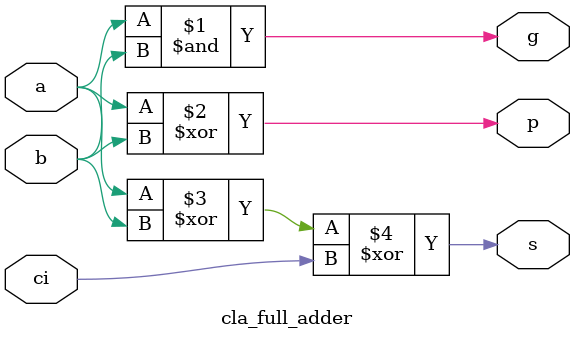
<source format=sv>
module cla_full_adder (
    input logic a,
    input logic b,
    input logic ci,

    output logic s,
    output logic p,
    output logic g
);

    assign g = a & b;
    assign p = a ^ b;
    assign s = a ^ b ^ ci;

endmodule // cla_full_adder

</source>
